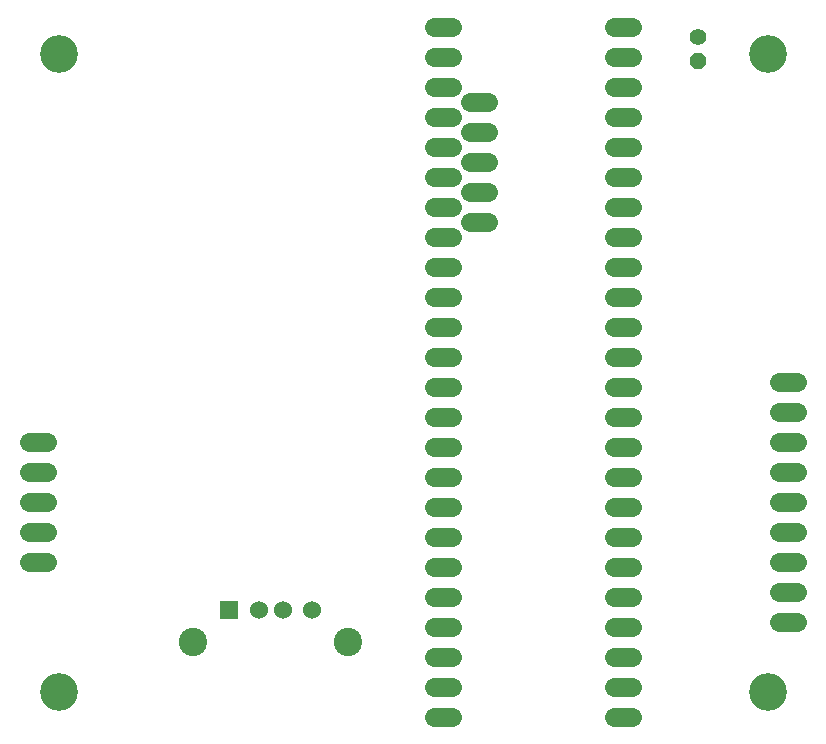
<source format=gbr>
G04 EAGLE Gerber RS-274X export*
G75*
%MOMM*%
%FSLAX34Y34*%
%LPD*%
%INSoldermask Bottom*%
%IPPOS*%
%AMOC8*
5,1,8,0,0,1.08239X$1,22.5*%
G01*
%ADD10C,3.201600*%
%ADD11P,1.539592X8X292.500000*%
%ADD12C,1.422400*%
%ADD13C,1.625600*%
%ADD14R,1.529600X1.529600*%
%ADD15C,1.529600*%
%ADD16C,2.401600*%


D10*
X42900Y40000D03*
X642900Y40000D03*
X42900Y580000D03*
X642900Y580000D03*
D11*
X584200Y574040D03*
D12*
X584200Y594360D03*
D13*
X375920Y603250D02*
X360680Y603250D01*
X360680Y577850D02*
X375920Y577850D01*
X375920Y552450D02*
X360680Y552450D01*
X360680Y527050D02*
X375920Y527050D01*
X375920Y501650D02*
X360680Y501650D01*
X360680Y476250D02*
X375920Y476250D01*
X375920Y450850D02*
X360680Y450850D01*
X360680Y425450D02*
X375920Y425450D01*
X375920Y400050D02*
X360680Y400050D01*
X360680Y374650D02*
X375920Y374650D01*
X375920Y349250D02*
X360680Y349250D01*
X360680Y323850D02*
X375920Y323850D01*
X375920Y298450D02*
X360680Y298450D01*
X360680Y273050D02*
X375920Y273050D01*
X375920Y247650D02*
X360680Y247650D01*
X360680Y222250D02*
X375920Y222250D01*
X375920Y196850D02*
X360680Y196850D01*
X360680Y171450D02*
X375920Y171450D01*
X375920Y146050D02*
X360680Y146050D01*
X360680Y120650D02*
X375920Y120650D01*
X375920Y95250D02*
X360680Y95250D01*
X360680Y69850D02*
X375920Y69850D01*
X375920Y44450D02*
X360680Y44450D01*
X360680Y19050D02*
X375920Y19050D01*
X513080Y603250D02*
X528320Y603250D01*
X528320Y577850D02*
X513080Y577850D01*
X513080Y552450D02*
X528320Y552450D01*
X528320Y527050D02*
X513080Y527050D01*
X513080Y501650D02*
X528320Y501650D01*
X528320Y476250D02*
X513080Y476250D01*
X513080Y450850D02*
X528320Y450850D01*
X528320Y425450D02*
X513080Y425450D01*
X513080Y400050D02*
X528320Y400050D01*
X528320Y374650D02*
X513080Y374650D01*
X513080Y349250D02*
X528320Y349250D01*
X528320Y323850D02*
X513080Y323850D01*
X513080Y298450D02*
X528320Y298450D01*
X528320Y273050D02*
X513080Y273050D01*
X513080Y247650D02*
X528320Y247650D01*
X528320Y222250D02*
X513080Y222250D01*
X513080Y196850D02*
X528320Y196850D01*
X528320Y171450D02*
X513080Y171450D01*
X513080Y146050D02*
X528320Y146050D01*
X528320Y120650D02*
X513080Y120650D01*
X513080Y95250D02*
X528320Y95250D01*
X528320Y69850D02*
X513080Y69850D01*
X513080Y44450D02*
X528320Y44450D01*
X528320Y19050D02*
X513080Y19050D01*
X33020Y251300D02*
X17780Y251300D01*
X17780Y225900D02*
X33020Y225900D01*
X33020Y200500D02*
X17780Y200500D01*
X17780Y175100D02*
X33020Y175100D01*
X33020Y149700D02*
X17780Y149700D01*
X652780Y98900D02*
X668020Y98900D01*
X668020Y124300D02*
X652780Y124300D01*
X652780Y149700D02*
X668020Y149700D01*
X668020Y175100D02*
X652780Y175100D01*
X652780Y200500D02*
X668020Y200500D01*
X668020Y225900D02*
X652780Y225900D01*
X652780Y251300D02*
X668020Y251300D01*
X668020Y276700D02*
X652780Y276700D01*
X652780Y302100D02*
X668020Y302100D01*
X406420Y539750D02*
X391180Y539750D01*
X391180Y514350D02*
X406420Y514350D01*
X406420Y488950D02*
X391180Y488950D01*
X391180Y463550D02*
X406420Y463550D01*
X406420Y438150D02*
X391180Y438150D01*
D14*
X187250Y109550D03*
D15*
X212250Y109550D03*
X232250Y109550D03*
X257250Y109550D03*
D16*
X156550Y82450D03*
X287950Y82450D03*
M02*

</source>
